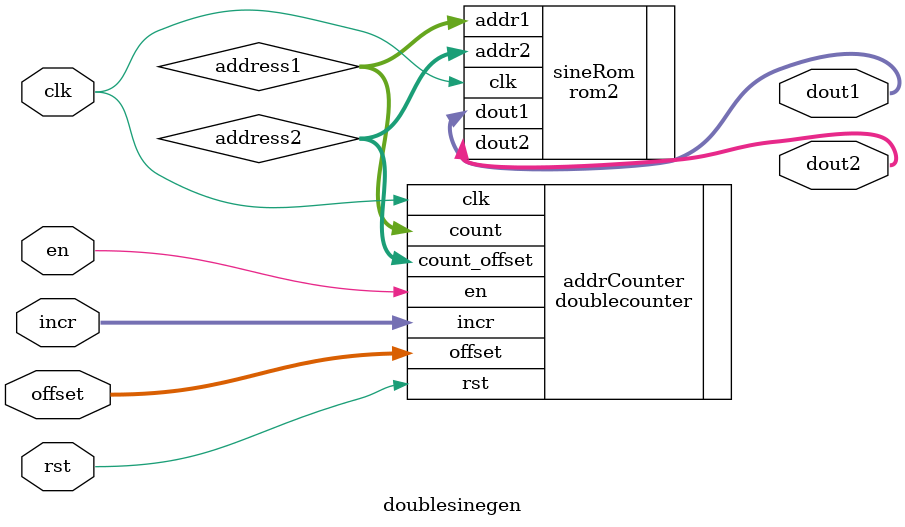
<source format=sv>
module doublesinegen #(
    parameter   A_WIDTH=8,
                D_WIDTH=8


)(
    //interface signals
    input logic                 clk,     //clock
    input logic                 rst,     //reset
    input logic                 en,      //enable
    input logic [A_WIDTH-1:0]   incr,    //increment for addr counter
    input logic   [A_WIDTH-1:0] offset,   // offset input
    output logic [D_WIDTH-1:0]  dout1,    //output data1
    output logic [D_WIDTH-1:0]  dout2     //output data2

);


    logic [A_WIDTH-1:0]         address1;
    logic [A_WIDTH-1:0]         address2;


doublecounter addrCounter (
    .clk (clk),
    .rst (rst),
    .en (en),
    .incr (incr),
    .offset (offset),
    .count (address1),
    .count_offset (address2)

);

rom2 sineRom (
    .clk (clk),
    .addr1 (address1),
    .addr2 (address2),
    .dout1 (dout1),
    .dout2 (dout2)
);

endmodule

</source>
